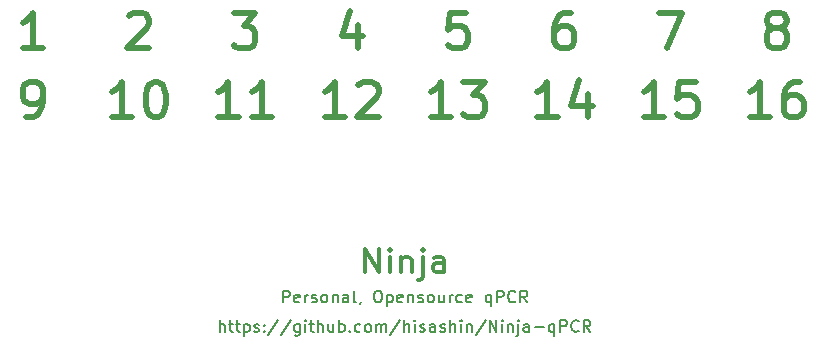
<source format=gto>
G04 #@! TF.GenerationSoftware,KiCad,Pcbnew,(5.1.6-0-10_14)*
G04 #@! TF.CreationDate,2021-12-08T11:10:56+09:00*
G04 #@! TF.ProjectId,qPCR-holder,71504352-2d68-46f6-9c64-65722e6b6963,rev?*
G04 #@! TF.SameCoordinates,Original*
G04 #@! TF.FileFunction,Legend,Top*
G04 #@! TF.FilePolarity,Positive*
%FSLAX46Y46*%
G04 Gerber Fmt 4.6, Leading zero omitted, Abs format (unit mm)*
G04 Created by KiCad (PCBNEW (5.1.6-0-10_14)) date 2021-12-08 11:10:56*
%MOMM*%
%LPD*%
G01*
G04 APERTURE LIST*
%ADD10C,0.150000*%
%ADD11C,0.300000*%
%ADD12C,0.500000*%
G04 APERTURE END LIST*
D10*
X149983407Y-121952380D02*
X149983407Y-120952380D01*
X150411978Y-121952380D02*
X150411978Y-121428571D01*
X150364359Y-121333333D01*
X150269121Y-121285714D01*
X150126264Y-121285714D01*
X150031026Y-121333333D01*
X149983407Y-121380952D01*
X150745312Y-121285714D02*
X151126264Y-121285714D01*
X150888169Y-120952380D02*
X150888169Y-121809523D01*
X150935788Y-121904761D01*
X151031026Y-121952380D01*
X151126264Y-121952380D01*
X151316740Y-121285714D02*
X151697693Y-121285714D01*
X151459597Y-120952380D02*
X151459597Y-121809523D01*
X151507216Y-121904761D01*
X151602454Y-121952380D01*
X151697693Y-121952380D01*
X152031026Y-121285714D02*
X152031026Y-122285714D01*
X152031026Y-121333333D02*
X152126264Y-121285714D01*
X152316740Y-121285714D01*
X152411978Y-121333333D01*
X152459597Y-121380952D01*
X152507216Y-121476190D01*
X152507216Y-121761904D01*
X152459597Y-121857142D01*
X152411978Y-121904761D01*
X152316740Y-121952380D01*
X152126264Y-121952380D01*
X152031026Y-121904761D01*
X152888169Y-121904761D02*
X152983407Y-121952380D01*
X153173883Y-121952380D01*
X153269121Y-121904761D01*
X153316740Y-121809523D01*
X153316740Y-121761904D01*
X153269121Y-121666666D01*
X153173883Y-121619047D01*
X153031026Y-121619047D01*
X152935788Y-121571428D01*
X152888169Y-121476190D01*
X152888169Y-121428571D01*
X152935788Y-121333333D01*
X153031026Y-121285714D01*
X153173883Y-121285714D01*
X153269121Y-121333333D01*
X153745312Y-121857142D02*
X153792931Y-121904761D01*
X153745312Y-121952380D01*
X153697693Y-121904761D01*
X153745312Y-121857142D01*
X153745312Y-121952380D01*
X153745312Y-121333333D02*
X153792931Y-121380952D01*
X153745312Y-121428571D01*
X153697693Y-121380952D01*
X153745312Y-121333333D01*
X153745312Y-121428571D01*
X154935788Y-120904761D02*
X154078645Y-122190476D01*
X155983407Y-120904761D02*
X155126264Y-122190476D01*
X156745312Y-121285714D02*
X156745312Y-122095238D01*
X156697693Y-122190476D01*
X156650074Y-122238095D01*
X156554835Y-122285714D01*
X156411978Y-122285714D01*
X156316740Y-122238095D01*
X156745312Y-121904761D02*
X156650074Y-121952380D01*
X156459597Y-121952380D01*
X156364359Y-121904761D01*
X156316740Y-121857142D01*
X156269121Y-121761904D01*
X156269121Y-121476190D01*
X156316740Y-121380952D01*
X156364359Y-121333333D01*
X156459597Y-121285714D01*
X156650074Y-121285714D01*
X156745312Y-121333333D01*
X157221502Y-121952380D02*
X157221502Y-121285714D01*
X157221502Y-120952380D02*
X157173883Y-121000000D01*
X157221502Y-121047619D01*
X157269121Y-121000000D01*
X157221502Y-120952380D01*
X157221502Y-121047619D01*
X157554835Y-121285714D02*
X157935788Y-121285714D01*
X157697693Y-120952380D02*
X157697693Y-121809523D01*
X157745312Y-121904761D01*
X157840550Y-121952380D01*
X157935788Y-121952380D01*
X158269121Y-121952380D02*
X158269121Y-120952380D01*
X158697693Y-121952380D02*
X158697693Y-121428571D01*
X158650074Y-121333333D01*
X158554835Y-121285714D01*
X158411978Y-121285714D01*
X158316740Y-121333333D01*
X158269121Y-121380952D01*
X159602454Y-121285714D02*
X159602454Y-121952380D01*
X159173883Y-121285714D02*
X159173883Y-121809523D01*
X159221502Y-121904761D01*
X159316740Y-121952380D01*
X159459597Y-121952380D01*
X159554835Y-121904761D01*
X159602454Y-121857142D01*
X160078645Y-121952380D02*
X160078645Y-120952380D01*
X160078645Y-121333333D02*
X160173883Y-121285714D01*
X160364359Y-121285714D01*
X160459597Y-121333333D01*
X160507216Y-121380952D01*
X160554835Y-121476190D01*
X160554835Y-121761904D01*
X160507216Y-121857142D01*
X160459597Y-121904761D01*
X160364359Y-121952380D01*
X160173883Y-121952380D01*
X160078645Y-121904761D01*
X160983407Y-121857142D02*
X161031026Y-121904761D01*
X160983407Y-121952380D01*
X160935788Y-121904761D01*
X160983407Y-121857142D01*
X160983407Y-121952380D01*
X161888169Y-121904761D02*
X161792931Y-121952380D01*
X161602454Y-121952380D01*
X161507216Y-121904761D01*
X161459597Y-121857142D01*
X161411978Y-121761904D01*
X161411978Y-121476190D01*
X161459597Y-121380952D01*
X161507216Y-121333333D01*
X161602454Y-121285714D01*
X161792931Y-121285714D01*
X161888169Y-121333333D01*
X162459597Y-121952380D02*
X162364359Y-121904761D01*
X162316740Y-121857142D01*
X162269121Y-121761904D01*
X162269121Y-121476190D01*
X162316740Y-121380952D01*
X162364359Y-121333333D01*
X162459597Y-121285714D01*
X162602454Y-121285714D01*
X162697693Y-121333333D01*
X162745312Y-121380952D01*
X162792931Y-121476190D01*
X162792931Y-121761904D01*
X162745312Y-121857142D01*
X162697693Y-121904761D01*
X162602454Y-121952380D01*
X162459597Y-121952380D01*
X163221502Y-121952380D02*
X163221502Y-121285714D01*
X163221502Y-121380952D02*
X163269121Y-121333333D01*
X163364359Y-121285714D01*
X163507216Y-121285714D01*
X163602454Y-121333333D01*
X163650074Y-121428571D01*
X163650074Y-121952380D01*
X163650074Y-121428571D02*
X163697693Y-121333333D01*
X163792931Y-121285714D01*
X163935788Y-121285714D01*
X164031026Y-121333333D01*
X164078645Y-121428571D01*
X164078645Y-121952380D01*
X165269121Y-120904761D02*
X164411978Y-122190476D01*
X165602454Y-121952380D02*
X165602454Y-120952380D01*
X166031026Y-121952380D02*
X166031026Y-121428571D01*
X165983407Y-121333333D01*
X165888169Y-121285714D01*
X165745312Y-121285714D01*
X165650074Y-121333333D01*
X165602454Y-121380952D01*
X166507216Y-121952380D02*
X166507216Y-121285714D01*
X166507216Y-120952380D02*
X166459597Y-121000000D01*
X166507216Y-121047619D01*
X166554835Y-121000000D01*
X166507216Y-120952380D01*
X166507216Y-121047619D01*
X166935788Y-121904761D02*
X167031026Y-121952380D01*
X167221502Y-121952380D01*
X167316740Y-121904761D01*
X167364359Y-121809523D01*
X167364359Y-121761904D01*
X167316740Y-121666666D01*
X167221502Y-121619047D01*
X167078645Y-121619047D01*
X166983407Y-121571428D01*
X166935788Y-121476190D01*
X166935788Y-121428571D01*
X166983407Y-121333333D01*
X167078645Y-121285714D01*
X167221502Y-121285714D01*
X167316740Y-121333333D01*
X168221502Y-121952380D02*
X168221502Y-121428571D01*
X168173883Y-121333333D01*
X168078645Y-121285714D01*
X167888169Y-121285714D01*
X167792931Y-121333333D01*
X168221502Y-121904761D02*
X168126264Y-121952380D01*
X167888169Y-121952380D01*
X167792931Y-121904761D01*
X167745312Y-121809523D01*
X167745312Y-121714285D01*
X167792931Y-121619047D01*
X167888169Y-121571428D01*
X168126264Y-121571428D01*
X168221502Y-121523809D01*
X168650074Y-121904761D02*
X168745312Y-121952380D01*
X168935788Y-121952380D01*
X169031026Y-121904761D01*
X169078645Y-121809523D01*
X169078645Y-121761904D01*
X169031026Y-121666666D01*
X168935788Y-121619047D01*
X168792931Y-121619047D01*
X168697693Y-121571428D01*
X168650074Y-121476190D01*
X168650074Y-121428571D01*
X168697693Y-121333333D01*
X168792931Y-121285714D01*
X168935788Y-121285714D01*
X169031026Y-121333333D01*
X169507216Y-121952380D02*
X169507216Y-120952380D01*
X169935788Y-121952380D02*
X169935788Y-121428571D01*
X169888169Y-121333333D01*
X169792931Y-121285714D01*
X169650074Y-121285714D01*
X169554835Y-121333333D01*
X169507216Y-121380952D01*
X170411978Y-121952380D02*
X170411978Y-121285714D01*
X170411978Y-120952380D02*
X170364359Y-121000000D01*
X170411978Y-121047619D01*
X170459597Y-121000000D01*
X170411978Y-120952380D01*
X170411978Y-121047619D01*
X170888169Y-121285714D02*
X170888169Y-121952380D01*
X170888169Y-121380952D02*
X170935788Y-121333333D01*
X171031026Y-121285714D01*
X171173883Y-121285714D01*
X171269121Y-121333333D01*
X171316740Y-121428571D01*
X171316740Y-121952380D01*
X172507216Y-120904761D02*
X171650074Y-122190476D01*
X172840550Y-121952380D02*
X172840550Y-120952380D01*
X173411978Y-121952380D01*
X173411978Y-120952380D01*
X173888169Y-121952380D02*
X173888169Y-121285714D01*
X173888169Y-120952380D02*
X173840550Y-121000000D01*
X173888169Y-121047619D01*
X173935788Y-121000000D01*
X173888169Y-120952380D01*
X173888169Y-121047619D01*
X174364359Y-121285714D02*
X174364359Y-121952380D01*
X174364359Y-121380952D02*
X174411978Y-121333333D01*
X174507216Y-121285714D01*
X174650074Y-121285714D01*
X174745312Y-121333333D01*
X174792931Y-121428571D01*
X174792931Y-121952380D01*
X175269121Y-121285714D02*
X175269121Y-122142857D01*
X175221502Y-122238095D01*
X175126264Y-122285714D01*
X175078645Y-122285714D01*
X175269121Y-120952380D02*
X175221502Y-121000000D01*
X175269121Y-121047619D01*
X175316740Y-121000000D01*
X175269121Y-120952380D01*
X175269121Y-121047619D01*
X176173883Y-121952380D02*
X176173883Y-121428571D01*
X176126264Y-121333333D01*
X176031026Y-121285714D01*
X175840550Y-121285714D01*
X175745312Y-121333333D01*
X176173883Y-121904761D02*
X176078645Y-121952380D01*
X175840550Y-121952380D01*
X175745312Y-121904761D01*
X175697693Y-121809523D01*
X175697693Y-121714285D01*
X175745312Y-121619047D01*
X175840550Y-121571428D01*
X176078645Y-121571428D01*
X176173883Y-121523809D01*
X176650074Y-121571428D02*
X177411978Y-121571428D01*
X178316740Y-121285714D02*
X178316740Y-122285714D01*
X178316740Y-121904761D02*
X178221502Y-121952380D01*
X178031026Y-121952380D01*
X177935788Y-121904761D01*
X177888169Y-121857142D01*
X177840550Y-121761904D01*
X177840550Y-121476190D01*
X177888169Y-121380952D01*
X177935788Y-121333333D01*
X178031026Y-121285714D01*
X178221502Y-121285714D01*
X178316740Y-121333333D01*
X178792931Y-121952380D02*
X178792931Y-120952380D01*
X179173883Y-120952380D01*
X179269121Y-121000000D01*
X179316740Y-121047619D01*
X179364359Y-121142857D01*
X179364359Y-121285714D01*
X179316740Y-121380952D01*
X179269121Y-121428571D01*
X179173883Y-121476190D01*
X178792931Y-121476190D01*
X180364359Y-121857142D02*
X180316740Y-121904761D01*
X180173883Y-121952380D01*
X180078645Y-121952380D01*
X179935788Y-121904761D01*
X179840550Y-121809523D01*
X179792931Y-121714285D01*
X179745312Y-121523809D01*
X179745312Y-121380952D01*
X179792931Y-121190476D01*
X179840550Y-121095238D01*
X179935788Y-121000000D01*
X180078645Y-120952380D01*
X180173883Y-120952380D01*
X180316740Y-121000000D01*
X180364359Y-121047619D01*
X181364359Y-121952380D02*
X181031026Y-121476190D01*
X180792931Y-121952380D02*
X180792931Y-120952380D01*
X181173883Y-120952380D01*
X181269121Y-121000000D01*
X181316740Y-121047619D01*
X181364359Y-121142857D01*
X181364359Y-121285714D01*
X181316740Y-121380952D01*
X181269121Y-121428571D01*
X181173883Y-121476190D01*
X180792931Y-121476190D01*
X155340550Y-119452380D02*
X155340550Y-118452380D01*
X155721502Y-118452380D01*
X155816740Y-118500000D01*
X155864359Y-118547619D01*
X155911978Y-118642857D01*
X155911978Y-118785714D01*
X155864359Y-118880952D01*
X155816740Y-118928571D01*
X155721502Y-118976190D01*
X155340550Y-118976190D01*
X156721502Y-119404761D02*
X156626264Y-119452380D01*
X156435788Y-119452380D01*
X156340550Y-119404761D01*
X156292931Y-119309523D01*
X156292931Y-118928571D01*
X156340550Y-118833333D01*
X156435788Y-118785714D01*
X156626264Y-118785714D01*
X156721502Y-118833333D01*
X156769121Y-118928571D01*
X156769121Y-119023809D01*
X156292931Y-119119047D01*
X157197693Y-119452380D02*
X157197693Y-118785714D01*
X157197693Y-118976190D02*
X157245312Y-118880952D01*
X157292931Y-118833333D01*
X157388169Y-118785714D01*
X157483407Y-118785714D01*
X157769121Y-119404761D02*
X157864359Y-119452380D01*
X158054835Y-119452380D01*
X158150074Y-119404761D01*
X158197693Y-119309523D01*
X158197693Y-119261904D01*
X158150074Y-119166666D01*
X158054835Y-119119047D01*
X157911978Y-119119047D01*
X157816740Y-119071428D01*
X157769121Y-118976190D01*
X157769121Y-118928571D01*
X157816740Y-118833333D01*
X157911978Y-118785714D01*
X158054835Y-118785714D01*
X158150074Y-118833333D01*
X158769121Y-119452380D02*
X158673883Y-119404761D01*
X158626264Y-119357142D01*
X158578645Y-119261904D01*
X158578645Y-118976190D01*
X158626264Y-118880952D01*
X158673883Y-118833333D01*
X158769121Y-118785714D01*
X158911978Y-118785714D01*
X159007216Y-118833333D01*
X159054835Y-118880952D01*
X159102454Y-118976190D01*
X159102454Y-119261904D01*
X159054835Y-119357142D01*
X159007216Y-119404761D01*
X158911978Y-119452380D01*
X158769121Y-119452380D01*
X159531026Y-118785714D02*
X159531026Y-119452380D01*
X159531026Y-118880952D02*
X159578645Y-118833333D01*
X159673883Y-118785714D01*
X159816740Y-118785714D01*
X159911978Y-118833333D01*
X159959597Y-118928571D01*
X159959597Y-119452380D01*
X160864359Y-119452380D02*
X160864359Y-118928571D01*
X160816740Y-118833333D01*
X160721502Y-118785714D01*
X160531026Y-118785714D01*
X160435788Y-118833333D01*
X160864359Y-119404761D02*
X160769121Y-119452380D01*
X160531026Y-119452380D01*
X160435788Y-119404761D01*
X160388169Y-119309523D01*
X160388169Y-119214285D01*
X160435788Y-119119047D01*
X160531026Y-119071428D01*
X160769121Y-119071428D01*
X160864359Y-119023809D01*
X161483407Y-119452380D02*
X161388169Y-119404761D01*
X161340550Y-119309523D01*
X161340550Y-118452380D01*
X161911978Y-119404761D02*
X161911978Y-119452380D01*
X161864359Y-119547619D01*
X161816740Y-119595238D01*
X163292931Y-118452380D02*
X163483407Y-118452380D01*
X163578645Y-118500000D01*
X163673883Y-118595238D01*
X163721502Y-118785714D01*
X163721502Y-119119047D01*
X163673883Y-119309523D01*
X163578645Y-119404761D01*
X163483407Y-119452380D01*
X163292931Y-119452380D01*
X163197693Y-119404761D01*
X163102454Y-119309523D01*
X163054835Y-119119047D01*
X163054835Y-118785714D01*
X163102454Y-118595238D01*
X163197693Y-118500000D01*
X163292931Y-118452380D01*
X164150074Y-118785714D02*
X164150074Y-119785714D01*
X164150074Y-118833333D02*
X164245312Y-118785714D01*
X164435788Y-118785714D01*
X164531026Y-118833333D01*
X164578645Y-118880952D01*
X164626264Y-118976190D01*
X164626264Y-119261904D01*
X164578645Y-119357142D01*
X164531026Y-119404761D01*
X164435788Y-119452380D01*
X164245312Y-119452380D01*
X164150074Y-119404761D01*
X165435788Y-119404761D02*
X165340550Y-119452380D01*
X165150074Y-119452380D01*
X165054835Y-119404761D01*
X165007216Y-119309523D01*
X165007216Y-118928571D01*
X165054835Y-118833333D01*
X165150074Y-118785714D01*
X165340550Y-118785714D01*
X165435788Y-118833333D01*
X165483407Y-118928571D01*
X165483407Y-119023809D01*
X165007216Y-119119047D01*
X165911978Y-118785714D02*
X165911978Y-119452380D01*
X165911978Y-118880952D02*
X165959597Y-118833333D01*
X166054835Y-118785714D01*
X166197693Y-118785714D01*
X166292931Y-118833333D01*
X166340550Y-118928571D01*
X166340550Y-119452380D01*
X166769121Y-119404761D02*
X166864359Y-119452380D01*
X167054835Y-119452380D01*
X167150074Y-119404761D01*
X167197693Y-119309523D01*
X167197693Y-119261904D01*
X167150074Y-119166666D01*
X167054835Y-119119047D01*
X166911978Y-119119047D01*
X166816740Y-119071428D01*
X166769121Y-118976190D01*
X166769121Y-118928571D01*
X166816740Y-118833333D01*
X166911978Y-118785714D01*
X167054835Y-118785714D01*
X167150074Y-118833333D01*
X167769121Y-119452380D02*
X167673883Y-119404761D01*
X167626264Y-119357142D01*
X167578645Y-119261904D01*
X167578645Y-118976190D01*
X167626264Y-118880952D01*
X167673883Y-118833333D01*
X167769121Y-118785714D01*
X167911978Y-118785714D01*
X168007216Y-118833333D01*
X168054835Y-118880952D01*
X168102454Y-118976190D01*
X168102454Y-119261904D01*
X168054835Y-119357142D01*
X168007216Y-119404761D01*
X167911978Y-119452380D01*
X167769121Y-119452380D01*
X168959597Y-118785714D02*
X168959597Y-119452380D01*
X168531026Y-118785714D02*
X168531026Y-119309523D01*
X168578645Y-119404761D01*
X168673883Y-119452380D01*
X168816740Y-119452380D01*
X168911978Y-119404761D01*
X168959597Y-119357142D01*
X169435788Y-119452380D02*
X169435788Y-118785714D01*
X169435788Y-118976190D02*
X169483407Y-118880952D01*
X169531026Y-118833333D01*
X169626264Y-118785714D01*
X169721502Y-118785714D01*
X170483407Y-119404761D02*
X170388169Y-119452380D01*
X170197693Y-119452380D01*
X170102454Y-119404761D01*
X170054835Y-119357142D01*
X170007216Y-119261904D01*
X170007216Y-118976190D01*
X170054835Y-118880952D01*
X170102454Y-118833333D01*
X170197693Y-118785714D01*
X170388169Y-118785714D01*
X170483407Y-118833333D01*
X171292931Y-119404761D02*
X171197693Y-119452380D01*
X171007216Y-119452380D01*
X170911978Y-119404761D01*
X170864359Y-119309523D01*
X170864359Y-118928571D01*
X170911978Y-118833333D01*
X171007216Y-118785714D01*
X171197693Y-118785714D01*
X171292931Y-118833333D01*
X171340550Y-118928571D01*
X171340550Y-119023809D01*
X170864359Y-119119047D01*
X172959597Y-118785714D02*
X172959597Y-119785714D01*
X172959597Y-119404761D02*
X172864359Y-119452380D01*
X172673883Y-119452380D01*
X172578645Y-119404761D01*
X172531026Y-119357142D01*
X172483407Y-119261904D01*
X172483407Y-118976190D01*
X172531026Y-118880952D01*
X172578645Y-118833333D01*
X172673883Y-118785714D01*
X172864359Y-118785714D01*
X172959597Y-118833333D01*
X173435788Y-119452380D02*
X173435788Y-118452380D01*
X173816740Y-118452380D01*
X173911978Y-118500000D01*
X173959597Y-118547619D01*
X174007216Y-118642857D01*
X174007216Y-118785714D01*
X173959597Y-118880952D01*
X173911978Y-118928571D01*
X173816740Y-118976190D01*
X173435788Y-118976190D01*
X175007216Y-119357142D02*
X174959597Y-119404761D01*
X174816740Y-119452380D01*
X174721502Y-119452380D01*
X174578645Y-119404761D01*
X174483407Y-119309523D01*
X174435788Y-119214285D01*
X174388169Y-119023809D01*
X174388169Y-118880952D01*
X174435788Y-118690476D01*
X174483407Y-118595238D01*
X174578645Y-118500000D01*
X174721502Y-118452380D01*
X174816740Y-118452380D01*
X174959597Y-118500000D01*
X175007216Y-118547619D01*
X176007216Y-119452380D02*
X175673883Y-118976190D01*
X175435788Y-119452380D02*
X175435788Y-118452380D01*
X175816740Y-118452380D01*
X175911978Y-118500000D01*
X175959597Y-118547619D01*
X176007216Y-118642857D01*
X176007216Y-118785714D01*
X175959597Y-118880952D01*
X175911978Y-118928571D01*
X175816740Y-118976190D01*
X175435788Y-118976190D01*
D11*
X162316740Y-116904761D02*
X162316740Y-114904761D01*
X163459597Y-116904761D01*
X163459597Y-114904761D01*
X164411978Y-116904761D02*
X164411978Y-115571428D01*
X164411978Y-114904761D02*
X164316740Y-115000000D01*
X164411978Y-115095238D01*
X164507216Y-115000000D01*
X164411978Y-114904761D01*
X164411978Y-115095238D01*
X165364359Y-115571428D02*
X165364359Y-116904761D01*
X165364359Y-115761904D02*
X165459597Y-115666666D01*
X165650074Y-115571428D01*
X165935788Y-115571428D01*
X166126264Y-115666666D01*
X166221502Y-115857142D01*
X166221502Y-116904761D01*
X167173883Y-115571428D02*
X167173883Y-117285714D01*
X167078645Y-117476190D01*
X166888169Y-117571428D01*
X166792931Y-117571428D01*
X167173883Y-114904761D02*
X167078645Y-115000000D01*
X167173883Y-115095238D01*
X167269121Y-115000000D01*
X167173883Y-114904761D01*
X167173883Y-115095238D01*
X168983407Y-116904761D02*
X168983407Y-115857142D01*
X168888169Y-115666666D01*
X168697693Y-115571428D01*
X168316740Y-115571428D01*
X168126264Y-115666666D01*
X168983407Y-116809523D02*
X168792931Y-116904761D01*
X168316740Y-116904761D01*
X168126264Y-116809523D01*
X168031026Y-116619047D01*
X168031026Y-116428571D01*
X168126264Y-116238095D01*
X168316740Y-116142857D01*
X168792931Y-116142857D01*
X168983407Y-116047619D01*
D12*
X142578645Y-103787142D02*
X140864359Y-103787142D01*
X141721502Y-103787142D02*
X141721502Y-100787142D01*
X141435788Y-101215714D01*
X141150074Y-101501428D01*
X140864359Y-101644285D01*
X144435788Y-100787142D02*
X144721502Y-100787142D01*
X145007216Y-100930000D01*
X145150074Y-101072857D01*
X145292931Y-101358571D01*
X145435788Y-101930000D01*
X145435788Y-102644285D01*
X145292931Y-103215714D01*
X145150074Y-103501428D01*
X145007216Y-103644285D01*
X144721502Y-103787142D01*
X144435788Y-103787142D01*
X144150074Y-103644285D01*
X144007216Y-103501428D01*
X143864359Y-103215714D01*
X143721502Y-102644285D01*
X143721502Y-101930000D01*
X143864359Y-101358571D01*
X144007216Y-101072857D01*
X144150074Y-100930000D01*
X144435788Y-100787142D01*
X196578645Y-103787142D02*
X194864359Y-103787142D01*
X195721502Y-103787142D02*
X195721502Y-100787142D01*
X195435788Y-101215714D01*
X195150074Y-101501428D01*
X194864359Y-101644285D01*
X199150074Y-100787142D02*
X198578645Y-100787142D01*
X198292931Y-100930000D01*
X198150074Y-101072857D01*
X197864359Y-101501428D01*
X197721502Y-102072857D01*
X197721502Y-103215714D01*
X197864359Y-103501428D01*
X198007216Y-103644285D01*
X198292931Y-103787142D01*
X198864359Y-103787142D01*
X199150074Y-103644285D01*
X199292931Y-103501428D01*
X199435788Y-103215714D01*
X199435788Y-102501428D01*
X199292931Y-102215714D01*
X199150074Y-102072857D01*
X198864359Y-101930000D01*
X198292931Y-101930000D01*
X198007216Y-102072857D01*
X197864359Y-102215714D01*
X197721502Y-102501428D01*
X169578645Y-103787142D02*
X167864359Y-103787142D01*
X168721502Y-103787142D02*
X168721502Y-100787142D01*
X168435788Y-101215714D01*
X168150074Y-101501428D01*
X167864359Y-101644285D01*
X170578645Y-100787142D02*
X172435788Y-100787142D01*
X171435788Y-101930000D01*
X171864359Y-101930000D01*
X172150074Y-102072857D01*
X172292931Y-102215714D01*
X172435788Y-102501428D01*
X172435788Y-103215714D01*
X172292931Y-103501428D01*
X172150074Y-103644285D01*
X171864359Y-103787142D01*
X171007216Y-103787142D01*
X170721502Y-103644285D01*
X170578645Y-103501428D01*
X187578645Y-103787142D02*
X185864359Y-103787142D01*
X186721502Y-103787142D02*
X186721502Y-100787142D01*
X186435788Y-101215714D01*
X186150074Y-101501428D01*
X185864359Y-101644285D01*
X190292931Y-100787142D02*
X188864359Y-100787142D01*
X188721502Y-102215714D01*
X188864359Y-102072857D01*
X189150074Y-101930000D01*
X189864359Y-101930000D01*
X190150074Y-102072857D01*
X190292931Y-102215714D01*
X190435788Y-102501428D01*
X190435788Y-103215714D01*
X190292931Y-103501428D01*
X190150074Y-103644285D01*
X189864359Y-103787142D01*
X189150074Y-103787142D01*
X188864359Y-103644285D01*
X188721502Y-103501428D01*
X151578645Y-103787142D02*
X149864359Y-103787142D01*
X150721502Y-103787142D02*
X150721502Y-100787142D01*
X150435788Y-101215714D01*
X150150074Y-101501428D01*
X149864359Y-101644285D01*
X154435788Y-103787142D02*
X152721502Y-103787142D01*
X153578645Y-103787142D02*
X153578645Y-100787142D01*
X153292931Y-101215714D01*
X153007216Y-101501428D01*
X152721502Y-101644285D01*
X160578645Y-103787142D02*
X158864359Y-103787142D01*
X159721502Y-103787142D02*
X159721502Y-100787142D01*
X159435788Y-101215714D01*
X159150074Y-101501428D01*
X158864359Y-101644285D01*
X161721502Y-101072857D02*
X161864359Y-100930000D01*
X162150074Y-100787142D01*
X162864359Y-100787142D01*
X163150074Y-100930000D01*
X163292931Y-101072857D01*
X163435788Y-101358571D01*
X163435788Y-101644285D01*
X163292931Y-102072857D01*
X161578645Y-103787142D01*
X163435788Y-103787142D01*
X178578645Y-103787142D02*
X176864359Y-103787142D01*
X177721502Y-103787142D02*
X177721502Y-100787142D01*
X177435788Y-101215714D01*
X177150074Y-101501428D01*
X176864359Y-101644285D01*
X181150074Y-101787142D02*
X181150074Y-103787142D01*
X180435788Y-100644285D02*
X179721502Y-102787142D01*
X181578645Y-102787142D01*
X133578645Y-103787142D02*
X134150074Y-103787142D01*
X134435788Y-103644285D01*
X134578645Y-103501428D01*
X134864359Y-103072857D01*
X135007216Y-102501428D01*
X135007216Y-101358571D01*
X134864359Y-101072857D01*
X134721502Y-100930000D01*
X134435788Y-100787142D01*
X133864359Y-100787142D01*
X133578645Y-100930000D01*
X133435788Y-101072857D01*
X133292931Y-101358571D01*
X133292931Y-102072857D01*
X133435788Y-102358571D01*
X133578645Y-102501428D01*
X133864359Y-102644285D01*
X134435788Y-102644285D01*
X134721502Y-102501428D01*
X134864359Y-102358571D01*
X135007216Y-102072857D01*
X196864359Y-96212857D02*
X196578645Y-96070000D01*
X196435788Y-95927142D01*
X196292931Y-95641428D01*
X196292931Y-95498571D01*
X196435788Y-95212857D01*
X196578645Y-95070000D01*
X196864359Y-94927142D01*
X197435788Y-94927142D01*
X197721502Y-95070000D01*
X197864359Y-95212857D01*
X198007216Y-95498571D01*
X198007216Y-95641428D01*
X197864359Y-95927142D01*
X197721502Y-96070000D01*
X197435788Y-96212857D01*
X196864359Y-96212857D01*
X196578645Y-96355714D01*
X196435788Y-96498571D01*
X196292931Y-96784285D01*
X196292931Y-97355714D01*
X196435788Y-97641428D01*
X196578645Y-97784285D01*
X196864359Y-97927142D01*
X197435788Y-97927142D01*
X197721502Y-97784285D01*
X197864359Y-97641428D01*
X198007216Y-97355714D01*
X198007216Y-96784285D01*
X197864359Y-96498571D01*
X197721502Y-96355714D01*
X197435788Y-96212857D01*
X187150074Y-94927142D02*
X189150074Y-94927142D01*
X187864359Y-97927142D01*
X179721502Y-94927142D02*
X179150074Y-94927142D01*
X178864359Y-95070000D01*
X178721502Y-95212857D01*
X178435788Y-95641428D01*
X178292931Y-96212857D01*
X178292931Y-97355714D01*
X178435788Y-97641428D01*
X178578645Y-97784285D01*
X178864359Y-97927142D01*
X179435788Y-97927142D01*
X179721502Y-97784285D01*
X179864359Y-97641428D01*
X180007216Y-97355714D01*
X180007216Y-96641428D01*
X179864359Y-96355714D01*
X179721502Y-96212857D01*
X179435788Y-96070000D01*
X178864359Y-96070000D01*
X178578645Y-96212857D01*
X178435788Y-96355714D01*
X178292931Y-96641428D01*
X170864359Y-94927142D02*
X169435788Y-94927142D01*
X169292931Y-96355714D01*
X169435788Y-96212857D01*
X169721502Y-96070000D01*
X170435788Y-96070000D01*
X170721502Y-96212857D01*
X170864359Y-96355714D01*
X171007216Y-96641428D01*
X171007216Y-97355714D01*
X170864359Y-97641428D01*
X170721502Y-97784285D01*
X170435788Y-97927142D01*
X169721502Y-97927142D01*
X169435788Y-97784285D01*
X169292931Y-97641428D01*
X161721502Y-95927142D02*
X161721502Y-97927142D01*
X161007216Y-94784285D02*
X160292931Y-96927142D01*
X162150074Y-96927142D01*
X151150074Y-94927142D02*
X153007216Y-94927142D01*
X152007216Y-96070000D01*
X152435788Y-96070000D01*
X152721502Y-96212857D01*
X152864359Y-96355714D01*
X153007216Y-96641428D01*
X153007216Y-97355714D01*
X152864359Y-97641428D01*
X152721502Y-97784285D01*
X152435788Y-97927142D01*
X151578645Y-97927142D01*
X151292931Y-97784285D01*
X151150074Y-97641428D01*
X142292931Y-95212857D02*
X142435788Y-95070000D01*
X142721502Y-94927142D01*
X143435788Y-94927142D01*
X143721502Y-95070000D01*
X143864359Y-95212857D01*
X144007216Y-95498571D01*
X144007216Y-95784285D01*
X143864359Y-96212857D01*
X142150074Y-97927142D01*
X144007216Y-97927142D01*
X135007216Y-97927142D02*
X133292931Y-97927142D01*
X134150074Y-97927142D02*
X134150074Y-94927142D01*
X133864359Y-95355714D01*
X133578645Y-95641428D01*
X133292931Y-95784285D01*
M02*

</source>
